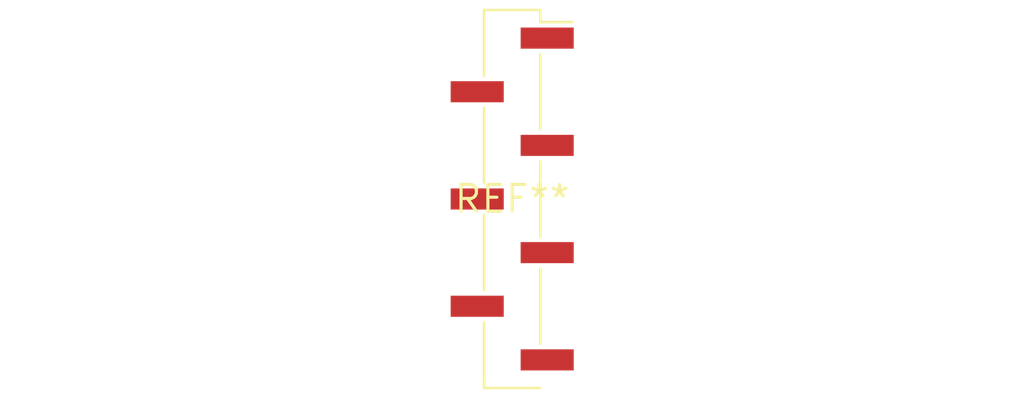
<source format=kicad_pcb>
(kicad_pcb (version 20240108) (generator pcbnew)
  (layers (0 "F.Cu" signal) (31 "B.Cu" signal) (34 "B.Paste" user) (35 "F.Paste" user) (36 "B.SilkS" user "B.Silkscreen") (37 "F.SilkS" user "F.Silkscreen") (38 "B.Mask" user) (39 "F.Mask" user) (44 "Edge.Cuts" user))
  (net 0 "")
  (footprint "PinHeader_1x07_P2.54mm_Vertical_SMD_Pin1Right" (layer "F.Cu") (at 0 0)
    (property "Reference" "REF**")
    (property "Value" "PinHeader_1x07_P2.54mm_Vertical_SMD_Pin1Right")
    (fp_line (start -1.33 -8.95) (end -1.33 -5.84) (layer "F.SilkS") (stroke (width 0.12)))
    (fp_line (start -1.33 -8.95) (end 1.33 -8.95) (layer "F.SilkS") (stroke (width 0.12)))
    (fp_line (start -1.33 -4.32) (end -1.33 -0.76) (layer "F.SilkS") (stroke (width 0.12)))
    (fp_line (start -1.33 0.76) (end -1.33 4.32) (layer "F.SilkS") (stroke (width 0.12)))
    (fp_line (start -1.33 5.84) (end -1.33 8.95) (layer "F.SilkS") (stroke (width 0.12)))
    (fp_line (start -1.33 8.38) (end -1.33 8.95) (layer "F.SilkS") (stroke (width 0.12)))
    (fp_line (start -1.33 8.95) (end 1.33 8.95) (layer "F.SilkS") (stroke (width 0.12)))
    (fp_line (start 1.33 -8.95) (end 1.33 -8.38) (layer "F.SilkS") (stroke (width 0.12)))
    (fp_line (start 1.33 -8.38) (end 2.85 -8.38) (layer "F.SilkS") (stroke (width 0.12)))
    (fp_line (start 1.33 -6.86) (end 1.33 -3.3) (layer "F.SilkS") (stroke (width 0.12)))
    (fp_line (start 1.33 -1.78) (end 1.33 1.78) (layer "F.SilkS") (stroke (width 0.12)))
    (fp_line (start 1.33 3.3) (end 1.33 6.86) (layer "F.SilkS") (stroke (width 0.12)))
    (pad "1" smd rect (at 1.655 -7.62) (size 2.51 1) (layers "F.Cu" "F.Paste" "F.Mask"))
    (pad "2" smd rect (at -1.655 -5.08) (size 2.51 1) (layers "F.Cu" "F.Paste" "F.Mask"))
    (pad "3" smd rect (at 1.655 -2.54) (size 2.51 1) (layers "F.Cu" "F.Paste" "F.Mask"))
    (pad "4" smd rect (at -1.655 0) (size 2.51 1) (layers "F.Cu" "F.Paste" "F.Mask"))
    (pad "5" smd rect (at 1.655 2.54) (size 2.51 1) (layers "F.Cu" "F.Paste" "F.Mask"))
    (pad "6" smd rect (at -1.655 5.08) (size 2.51 1) (layers "F.Cu" "F.Paste" "F.Mask"))
    (pad "7" smd rect (at 1.655 7.62) (size 2.51 1) (layers "F.Cu" "F.Paste" "F.Mask"))
  )
)
</source>
